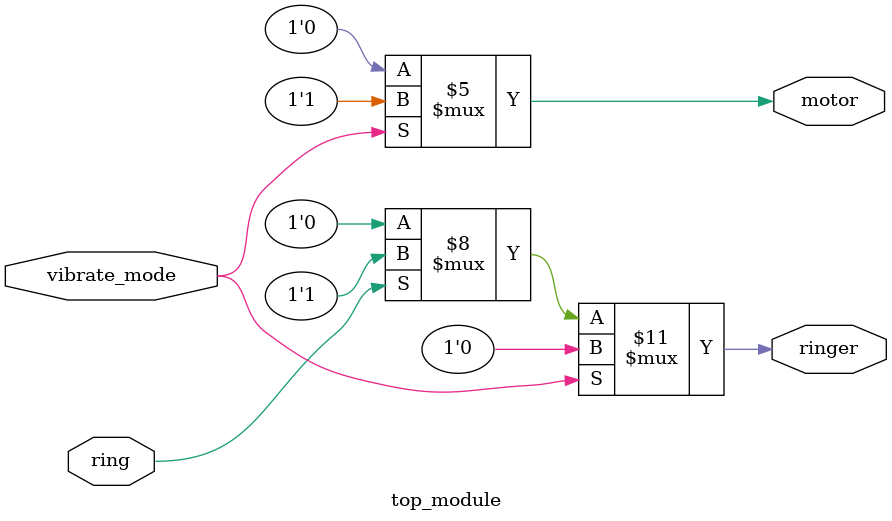
<source format=sv>
module top_module(
	input ring, 
	input vibrate_mode,
	output ringer,
	output motor
);
  
  reg ringer;
  reg motor;
  
  always @(*)
  begin
    if(vibrate_mode)
    begin
      ringer <= 0;
      motor <= 1;
    end
    else
    begin
      if(ring)
      begin
        ringer <= 1;
        motor <= 0;
      end
      else
      begin
        ringer <= 0;
        motor <= 0;
      end
    end
  end
    
endmodule

</source>
